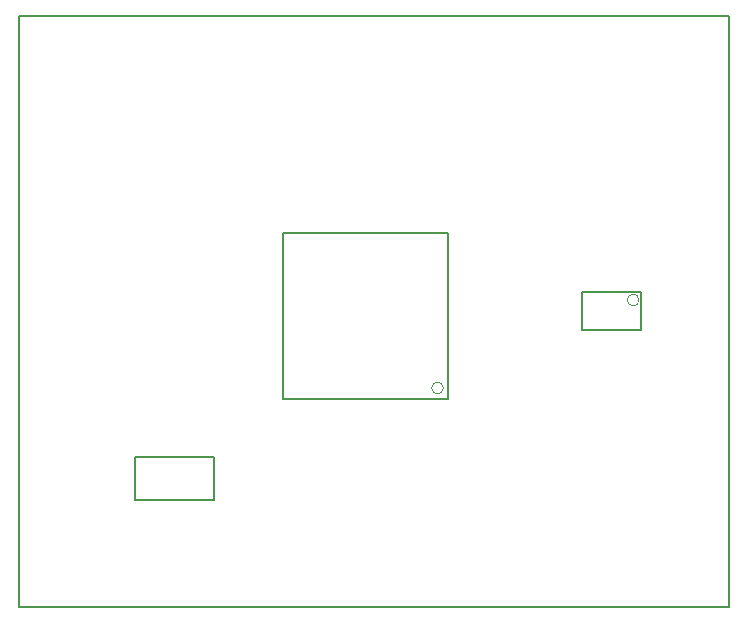
<source format=gm1>
G04*
G04 #@! TF.GenerationSoftware,Altium Limited,Altium Designer,20.0.13 (296)*
G04*
G04 Layer_Color=16711935*
%FSLAX24Y24*%
%MOIN*%
G70*
G01*
G75*
%ADD15C,0.0080*%
%ADD16C,0.0039*%
D15*
X23650Y18144D02*
Y19700D01*
X0D02*
X23650D01*
Y-0D02*
Y18144D01*
X0Y-0D02*
X23622D01*
X0D02*
Y19700D01*
X23650Y18144D02*
Y19700D01*
X0D02*
X23650D01*
Y-0D02*
Y18144D01*
X0Y-0D02*
X23622D01*
X0D02*
Y19700D01*
X18778Y9248D02*
Y10507D01*
X20747Y9248D02*
Y10507D01*
X18778D02*
X20747D01*
X18778Y9248D02*
X20747D01*
X3870Y3557D02*
Y5013D01*
X6508Y3557D02*
Y5013D01*
X3870Y3557D02*
X6508D01*
X3870Y5013D02*
X6508D01*
X14306Y6944D02*
Y12456D01*
X8794Y6944D02*
Y12456D01*
Y6944D02*
X14306D01*
X8794Y12456D02*
X14306D01*
D16*
X20668Y10232D02*
G03*
X20668Y10232I-197J0D01*
G01*
X14148Y7298D02*
G03*
X14148Y7298I-197J0D01*
G01*
M02*

</source>
